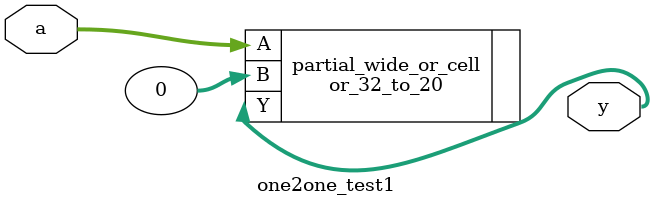
<source format=v>
module one2one_test1 (
  input wire [31:0] a,
  output wire [19:0] y
);

  or_32_to_20 partial_wide_or_cell (
    .A(a),
    .B(32'b0),
    .Y(y)
  );

endmodule
</source>
